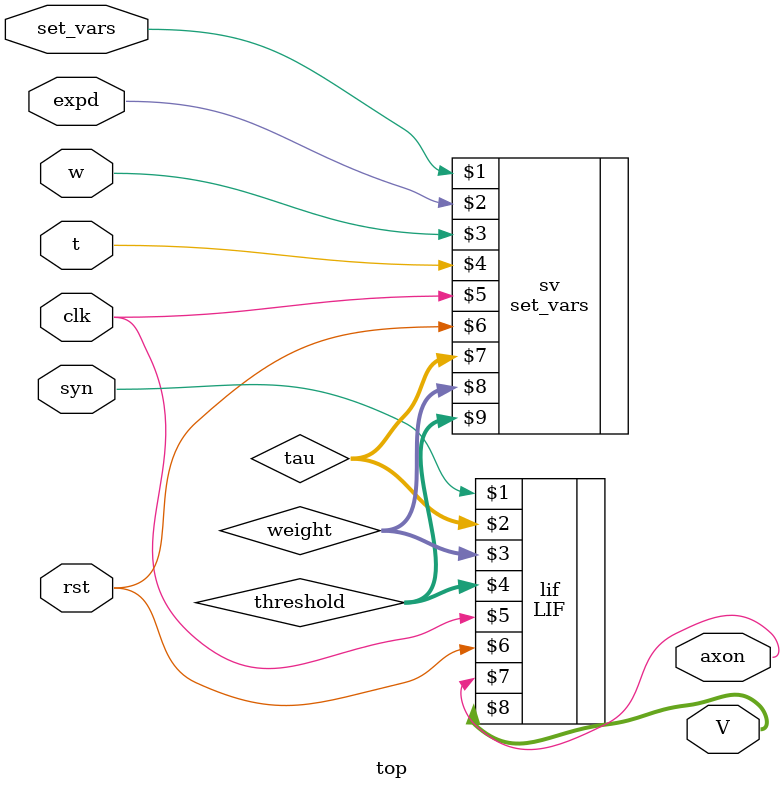
<source format=v>
module top(input set_vars, input syn, input expd, input w, input t, input clk, input rst, output axon, output [7:0] V);
    wire [7:0] tau;
    wire [7:0] weight;
    wire [7:0] threshold;
    
    set_vars sv(set_vars, expd, w, t, clk, rst, tau, weight, threshold);
    LIF lif(syn, tau, weight, threshold, clk, rst, axon, V);
    
endmodule
</source>
